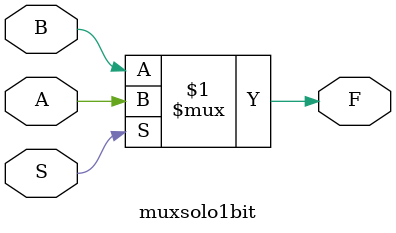
<source format=v>
`timescale 1ns / 1ps


 module muxsolo1bit(
input A,
input B,
input S,
output F
    );
    
    assign F = (S)?A:B;
endmodule

</source>
